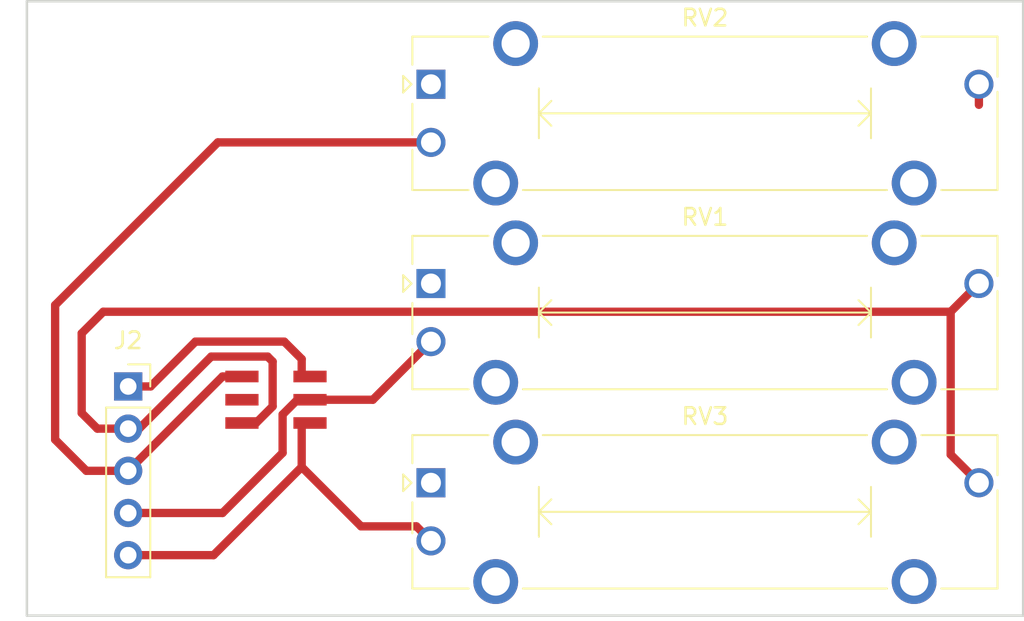
<source format=kicad_pcb>
(kicad_pcb (version 20171130) (host pcbnew 5.0.2-bee76a0~70~ubuntu18.04.1)

  (general
    (thickness 1.6)
    (drawings 4)
    (tracks 42)
    (zones 0)
    (modules 5)
    (nets 10)
  )

  (page A4)
  (layers
    (0 F.Cu signal)
    (31 B.Cu signal)
    (32 B.Adhes user)
    (33 F.Adhes user)
    (34 B.Paste user)
    (35 F.Paste user)
    (36 B.SilkS user)
    (37 F.SilkS user)
    (38 B.Mask user)
    (39 F.Mask user)
    (40 Dwgs.User user)
    (41 Cmts.User user)
    (42 Eco1.User user)
    (43 Eco2.User user)
    (44 Edge.Cuts user)
    (45 Margin user)
    (46 B.CrtYd user)
    (47 F.CrtYd user)
    (48 B.Fab user)
    (49 F.Fab user)
  )

  (setup
    (last_trace_width 0.5)
    (trace_clearance 0.2)
    (zone_clearance 0.508)
    (zone_45_only no)
    (trace_min 0.2)
    (segment_width 0.2)
    (edge_width 0.15)
    (via_size 0.8)
    (via_drill 0.4)
    (via_min_size 0.4)
    (via_min_drill 0.3)
    (uvia_size 0.3)
    (uvia_drill 0.1)
    (uvias_allowed no)
    (uvia_min_size 0.2)
    (uvia_min_drill 0.1)
    (pcb_text_width 0.3)
    (pcb_text_size 1.5 1.5)
    (mod_edge_width 0.15)
    (mod_text_size 1 1)
    (mod_text_width 0.15)
    (pad_size 1.524 1.524)
    (pad_drill 0.762)
    (pad_to_mask_clearance 0.051)
    (solder_mask_min_width 0.25)
    (aux_axis_origin 0 0)
    (visible_elements FFFFFF7F)
    (pcbplotparams
      (layerselection 0x01000_7fffffff)
      (usegerberextensions false)
      (usegerberattributes false)
      (usegerberadvancedattributes false)
      (creategerberjobfile false)
      (excludeedgelayer true)
      (linewidth 0.100000)
      (plotframeref false)
      (viasonmask false)
      (mode 1)
      (useauxorigin false)
      (hpglpennumber 1)
      (hpglpenspeed 20)
      (hpglpendiameter 15.000000)
      (psnegative false)
      (psa4output false)
      (plotreference true)
      (plotvalue true)
      (plotinvisibletext false)
      (padsonsilk false)
      (subtractmaskfromsilk false)
      (outputformat 1)
      (mirror false)
      (drillshape 0)
      (scaleselection 1)
      (outputdirectory "grb"))
  )

  (net 0 "")
  (net 1 "Net-(J1-Pad5)")
  (net 2 GND)
  (net 3 "Net-(J1-Pad4)")
  (net 4 +3V3)
  (net 5 "Net-(J1-Pad2)")
  (net 6 "Net-(J1-Pad1)")
  (net 7 "Net-(RV1-Pad1)")
  (net 8 "Net-(RV2-Pad1)")
  (net 9 "Net-(RV3-Pad1)")

  (net_class Default "This is the default net class."
    (clearance 0.2)
    (trace_width 0.5)
    (via_dia 0.8)
    (via_drill 0.4)
    (uvia_dia 0.3)
    (uvia_drill 0.1)
    (add_net +3V3)
    (add_net GND)
    (add_net "Net-(J1-Pad1)")
    (add_net "Net-(J1-Pad2)")
    (add_net "Net-(J1-Pad4)")
    (add_net "Net-(J1-Pad5)")
    (add_net "Net-(RV1-Pad1)")
    (add_net "Net-(RV2-Pad1)")
    (add_net "Net-(RV3-Pad1)")
  )

  (module custom_lib:tcut1350x01 (layer F.Cu) (tedit 5DE66DF6) (tstamp 5E2D704E)
    (at 15 24 180)
    (path /5E2174D8)
    (fp_text reference J1 (at -0.06 -7.69 180) (layer F.SilkS) hide
      (effects (font (size 1 1) (thickness 0.15)))
    )
    (fp_text value Conn_01x06_Female (at -0.23 4.33 180) (layer F.Fab) hide
      (effects (font (size 1 1) (thickness 0.15)))
    )
    (pad 5 smd rect (at 1.55 0 180) (size 2 0.7) (drill (offset 0.5 0)) (layers F.Cu F.Paste F.Mask)
      (net 1 "Net-(J1-Pad5)"))
    (pad 6 smd rect (at 1.55 -1.4 180) (size 2 0.7) (drill (offset 0.5 0)) (layers F.Cu F.Paste F.Mask)
      (net 2 GND))
    (pad 4 smd rect (at 1.55 1.4 180) (size 2 0.7) (drill (offset 0.5 0)) (layers F.Cu F.Paste F.Mask)
      (net 3 "Net-(J1-Pad4)"))
    (pad 3 smd rect (at -1.55 1.4 180) (size 2 0.7) (drill (offset -0.5 0)) (layers F.Cu F.Paste F.Mask)
      (net 4 +3V3))
    (pad 2 smd rect (at -1.55 0 180) (size 2 0.7) (drill (offset -0.5 0)) (layers F.Cu F.Paste F.Mask)
      (net 5 "Net-(J1-Pad2)"))
    (pad 1 smd rect (at -1.55 -1.4 180) (size 2 0.7) (drill (offset -0.5 0)) (layers F.Cu F.Paste F.Mask)
      (net 6 "Net-(J1-Pad1)"))
    (model ${KIPRJMOD}/kicad_db/_3Dmodels/vishay_tcut1350x01.stp
      (at (xyz 0 0 0))
      (scale (xyz 1 1 1))
      (rotate (xyz 0 0 0))
    )
  )

  (module Connector_PinSocket_2.54mm:PinSocket_1x05_P2.54mm_Vertical (layer F.Cu) (tedit 5A19A420) (tstamp 5E2D7067)
    (at 6.1 23.2)
    (descr "Through hole straight socket strip, 1x05, 2.54mm pitch, single row (from Kicad 4.0.7), script generated")
    (tags "Through hole socket strip THT 1x05 2.54mm single row")
    (path /5E217D0C)
    (fp_text reference J2 (at 0 -2.77) (layer F.SilkS)
      (effects (font (size 1 1) (thickness 0.15)))
    )
    (fp_text value Conn_01x05_Female (at 0 12.93) (layer F.Fab)
      (effects (font (size 1 1) (thickness 0.15)))
    )
    (fp_line (start -1.27 -1.27) (end 0.635 -1.27) (layer F.Fab) (width 0.1))
    (fp_line (start 0.635 -1.27) (end 1.27 -0.635) (layer F.Fab) (width 0.1))
    (fp_line (start 1.27 -0.635) (end 1.27 11.43) (layer F.Fab) (width 0.1))
    (fp_line (start 1.27 11.43) (end -1.27 11.43) (layer F.Fab) (width 0.1))
    (fp_line (start -1.27 11.43) (end -1.27 -1.27) (layer F.Fab) (width 0.1))
    (fp_line (start -1.33 1.27) (end 1.33 1.27) (layer F.SilkS) (width 0.12))
    (fp_line (start -1.33 1.27) (end -1.33 11.49) (layer F.SilkS) (width 0.12))
    (fp_line (start -1.33 11.49) (end 1.33 11.49) (layer F.SilkS) (width 0.12))
    (fp_line (start 1.33 1.27) (end 1.33 11.49) (layer F.SilkS) (width 0.12))
    (fp_line (start 1.33 -1.33) (end 1.33 0) (layer F.SilkS) (width 0.12))
    (fp_line (start 0 -1.33) (end 1.33 -1.33) (layer F.SilkS) (width 0.12))
    (fp_line (start -1.8 -1.8) (end 1.75 -1.8) (layer F.CrtYd) (width 0.05))
    (fp_line (start 1.75 -1.8) (end 1.75 11.9) (layer F.CrtYd) (width 0.05))
    (fp_line (start 1.75 11.9) (end -1.8 11.9) (layer F.CrtYd) (width 0.05))
    (fp_line (start -1.8 11.9) (end -1.8 -1.8) (layer F.CrtYd) (width 0.05))
    (fp_text user %R (at 0 5.08 90) (layer F.Fab)
      (effects (font (size 1 1) (thickness 0.15)))
    )
    (pad 1 thru_hole rect (at 0 0) (size 1.7 1.7) (drill 1) (layers *.Cu *.Mask)
      (net 4 +3V3))
    (pad 2 thru_hole oval (at 0 2.54) (size 1.7 1.7) (drill 1) (layers *.Cu *.Mask)
      (net 2 GND))
    (pad 3 thru_hole oval (at 0 5.08) (size 1.7 1.7) (drill 1) (layers *.Cu *.Mask)
      (net 3 "Net-(J1-Pad4)"))
    (pad 4 thru_hole oval (at 0 7.62) (size 1.7 1.7) (drill 1) (layers *.Cu *.Mask)
      (net 5 "Net-(J1-Pad2)"))
    (pad 5 thru_hole oval (at 0 10.16) (size 1.7 1.7) (drill 1) (layers *.Cu *.Mask)
      (net 6 "Net-(J1-Pad1)"))
    (model ${KISYS3DMOD}/Connector_PinSocket_2.54mm.3dshapes/PinSocket_1x05_P2.54mm_Vertical.wrl
      (at (xyz 0 0 0))
      (scale (xyz 1 1 1))
      (rotate (xyz 0 0 0))
    )
  )

  (module Potentiometer_THT:Potentiometer_Bourns_PTA2043_Single_Slide (layer F.Cu) (tedit 5B92F08E) (tstamp 5E2D7093)
    (at 24.335001 17)
    (descr "Bourns single-gang slide potentiometer, 20.0mm travel, https://www.bourns.com/docs/Product-Datasheets/pta.pdf")
    (tags "Bourns single-gang slide potentiometer 20.0mm")
    (path /5E217B9D)
    (fp_text reference RV1 (at 16.5 -4) (layer F.SilkS)
      (effects (font (size 1 1) (thickness 0.15)))
    )
    (fp_text value R_POT (at 16.5 7.5) (layer F.Fab)
      (effects (font (size 1 1) (thickness 0.15)))
    )
    (fp_circle (center 1 1.75) (end 2 1.75) (layer F.Fab) (width 0.1))
    (fp_circle (center 32 1.75) (end 33 1.75) (layer F.Fab) (width 0.1))
    (fp_line (start 0 -2.75) (end 34 -2.75) (layer F.Fab) (width 0.1))
    (fp_line (start 34 -2.75) (end 34 6.25) (layer F.Fab) (width 0.1))
    (fp_line (start 34 6.25) (end -1 6.25) (layer F.Fab) (width 0.1))
    (fp_line (start -1 6.25) (end -1 -1.75) (layer F.Fab) (width 0.1))
    (fp_line (start -1 -1.75) (end 0 -2.75) (layer F.Fab) (width 0.1))
    (fp_line (start -1.12 -2.87) (end 3.465 -2.87) (layer F.SilkS) (width 0.12))
    (fp_line (start 6.736 -2.87) (end 26.265 -2.87) (layer F.SilkS) (width 0.12))
    (fp_line (start 29.536 -2.87) (end 34.12 -2.87) (layer F.SilkS) (width 0.12))
    (fp_line (start -1.12 6.37) (end 2.265 6.37) (layer F.SilkS) (width 0.12))
    (fp_line (start 5.536 6.37) (end 27.465 6.37) (layer F.SilkS) (width 0.12))
    (fp_line (start 30.736 6.37) (end 34.12 6.37) (layer F.SilkS) (width 0.12))
    (fp_line (start -1.12 -2.87) (end -1.12 -1.175) (layer F.SilkS) (width 0.12))
    (fp_line (start -1.12 1.175) (end -1.12 3.045) (layer F.SilkS) (width 0.12))
    (fp_line (start -1.12 3.956) (end -1.12 6.37) (layer F.SilkS) (width 0.12))
    (fp_line (start 34.12 -2.87) (end 34.12 -0.456) (layer F.SilkS) (width 0.12))
    (fp_line (start 34.12 0.456) (end 34.12 6.37) (layer F.SilkS) (width 0.12))
    (fp_line (start -1.175 0) (end -1.675 -0.5) (layer F.SilkS) (width 0.12))
    (fp_line (start -1.675 -0.5) (end -1.675 0.5) (layer F.SilkS) (width 0.12))
    (fp_line (start -1.675 0.5) (end -1.175 0) (layer F.SilkS) (width 0.12))
    (fp_line (start 6.5 1.75) (end 26.5 1.75) (layer F.SilkS) (width 0.12))
    (fp_line (start 6.5 0.25) (end 6.5 3.25) (layer F.SilkS) (width 0.12))
    (fp_line (start 7.25 1) (end 6.5 1.75) (layer F.SilkS) (width 0.12))
    (fp_line (start 6.5 1.75) (end 7.25 2.5) (layer F.SilkS) (width 0.12))
    (fp_line (start 26.5 0.25) (end 26.5 3.25) (layer F.SilkS) (width 0.12))
    (fp_line (start 25.75 1) (end 26.5 1.75) (layer F.SilkS) (width 0.12))
    (fp_line (start 26.5 1.75) (end 25.75 2.5) (layer F.SilkS) (width 0.12))
    (fp_line (start -1.5 -3.25) (end -1.5 6.75) (layer F.CrtYd) (width 0.05))
    (fp_line (start -1.5 6.75) (end 34.5 6.75) (layer F.CrtYd) (width 0.05))
    (fp_line (start 34.5 6.75) (end 34.5 -3.25) (layer F.CrtYd) (width 0.05))
    (fp_line (start 34.5 -3.25) (end -1.5 -3.25) (layer F.CrtYd) (width 0.05))
    (fp_text user %R (at 16.5 1.75) (layer F.Fab)
      (effects (font (size 1 1) (thickness 0.15)))
    )
    (pad 1 thru_hole rect (at 0 0) (size 1.75 1.75) (drill 1.2) (layers *.Cu *.Mask)
      (net 7 "Net-(RV1-Pad1)"))
    (pad 2 thru_hole circle (at 0 3.5) (size 1.75 1.75) (drill 1.2) (layers *.Cu *.Mask)
      (net 5 "Net-(J1-Pad2)"))
    (pad 3 thru_hole circle (at 33 0) (size 1.75 1.75) (drill 1.2) (layers *.Cu *.Mask)
      (net 2 GND))
    (pad MP thru_hole circle (at 5.1 -2.45) (size 2.7 2.7) (drill 1.7) (layers *.Cu *.Mask))
    (pad MP thru_hole circle (at 27.9 -2.45) (size 2.7 2.7) (drill 1.7) (layers *.Cu *.Mask))
    (pad MP thru_hole circle (at 3.9 5.95) (size 2.7 2.7) (drill 1.7) (layers *.Cu *.Mask))
    (pad MP thru_hole circle (at 29.1 5.95) (size 2.7 2.7) (drill 1.7) (layers *.Cu *.Mask))
    (model ${KISYS3DMOD}/Potentiometer_THT.3dshapes/Potentiometer_Bourns_PTA2043_Single_Slide.wrl
      (at (xyz 0 0 0))
      (scale (xyz 1 1 1))
      (rotate (xyz 0 0 0))
    )
  )

  (module Potentiometer_THT:Potentiometer_Bourns_PTA2043_Single_Slide (layer F.Cu) (tedit 5B92F08E) (tstamp 5E2D70BF)
    (at 24.335001 5)
    (descr "Bourns single-gang slide potentiometer, 20.0mm travel, https://www.bourns.com/docs/Product-Datasheets/pta.pdf")
    (tags "Bourns single-gang slide potentiometer 20.0mm")
    (path /5E21769D)
    (fp_text reference RV2 (at 16.5 -4) (layer F.SilkS)
      (effects (font (size 1 1) (thickness 0.15)))
    )
    (fp_text value R_POT (at 16.5 7.5) (layer F.Fab)
      (effects (font (size 1 1) (thickness 0.15)))
    )
    (fp_text user %R (at 16.5 1.75) (layer F.Fab)
      (effects (font (size 1 1) (thickness 0.15)))
    )
    (fp_line (start 34.5 -3.25) (end -1.5 -3.25) (layer F.CrtYd) (width 0.05))
    (fp_line (start 34.5 6.75) (end 34.5 -3.25) (layer F.CrtYd) (width 0.05))
    (fp_line (start -1.5 6.75) (end 34.5 6.75) (layer F.CrtYd) (width 0.05))
    (fp_line (start -1.5 -3.25) (end -1.5 6.75) (layer F.CrtYd) (width 0.05))
    (fp_line (start 26.5 1.75) (end 25.75 2.5) (layer F.SilkS) (width 0.12))
    (fp_line (start 25.75 1) (end 26.5 1.75) (layer F.SilkS) (width 0.12))
    (fp_line (start 26.5 0.25) (end 26.5 3.25) (layer F.SilkS) (width 0.12))
    (fp_line (start 6.5 1.75) (end 7.25 2.5) (layer F.SilkS) (width 0.12))
    (fp_line (start 7.25 1) (end 6.5 1.75) (layer F.SilkS) (width 0.12))
    (fp_line (start 6.5 0.25) (end 6.5 3.25) (layer F.SilkS) (width 0.12))
    (fp_line (start 6.5 1.75) (end 26.5 1.75) (layer F.SilkS) (width 0.12))
    (fp_line (start -1.675 0.5) (end -1.175 0) (layer F.SilkS) (width 0.12))
    (fp_line (start -1.675 -0.5) (end -1.675 0.5) (layer F.SilkS) (width 0.12))
    (fp_line (start -1.175 0) (end -1.675 -0.5) (layer F.SilkS) (width 0.12))
    (fp_line (start 34.12 0.456) (end 34.12 6.37) (layer F.SilkS) (width 0.12))
    (fp_line (start 34.12 -2.87) (end 34.12 -0.456) (layer F.SilkS) (width 0.12))
    (fp_line (start -1.12 3.956) (end -1.12 6.37) (layer F.SilkS) (width 0.12))
    (fp_line (start -1.12 1.175) (end -1.12 3.045) (layer F.SilkS) (width 0.12))
    (fp_line (start -1.12 -2.87) (end -1.12 -1.175) (layer F.SilkS) (width 0.12))
    (fp_line (start 30.736 6.37) (end 34.12 6.37) (layer F.SilkS) (width 0.12))
    (fp_line (start 5.536 6.37) (end 27.465 6.37) (layer F.SilkS) (width 0.12))
    (fp_line (start -1.12 6.37) (end 2.265 6.37) (layer F.SilkS) (width 0.12))
    (fp_line (start 29.536 -2.87) (end 34.12 -2.87) (layer F.SilkS) (width 0.12))
    (fp_line (start 6.736 -2.87) (end 26.265 -2.87) (layer F.SilkS) (width 0.12))
    (fp_line (start -1.12 -2.87) (end 3.465 -2.87) (layer F.SilkS) (width 0.12))
    (fp_line (start -1 -1.75) (end 0 -2.75) (layer F.Fab) (width 0.1))
    (fp_line (start -1 6.25) (end -1 -1.75) (layer F.Fab) (width 0.1))
    (fp_line (start 34 6.25) (end -1 6.25) (layer F.Fab) (width 0.1))
    (fp_line (start 34 -2.75) (end 34 6.25) (layer F.Fab) (width 0.1))
    (fp_line (start 0 -2.75) (end 34 -2.75) (layer F.Fab) (width 0.1))
    (fp_circle (center 32 1.75) (end 33 1.75) (layer F.Fab) (width 0.1))
    (fp_circle (center 1 1.75) (end 2 1.75) (layer F.Fab) (width 0.1))
    (pad MP thru_hole circle (at 29.1 5.95) (size 2.7 2.7) (drill 1.7) (layers *.Cu *.Mask))
    (pad MP thru_hole circle (at 3.9 5.95) (size 2.7 2.7) (drill 1.7) (layers *.Cu *.Mask))
    (pad MP thru_hole circle (at 27.9 -2.45) (size 2.7 2.7) (drill 1.7) (layers *.Cu *.Mask))
    (pad MP thru_hole circle (at 5.1 -2.45) (size 2.7 2.7) (drill 1.7) (layers *.Cu *.Mask))
    (pad 3 thru_hole circle (at 33 0) (size 1.75 1.75) (drill 1.2) (layers *.Cu *.Mask)
      (net 4 +3V3))
    (pad 2 thru_hole circle (at 0 3.5) (size 1.75 1.75) (drill 1.2) (layers *.Cu *.Mask)
      (net 3 "Net-(J1-Pad4)"))
    (pad 1 thru_hole rect (at 0 0) (size 1.75 1.75) (drill 1.2) (layers *.Cu *.Mask)
      (net 8 "Net-(RV2-Pad1)"))
    (model ${KISYS3DMOD}/Potentiometer_THT.3dshapes/Potentiometer_Bourns_PTA2043_Single_Slide.wrl
      (at (xyz 0 0 0))
      (scale (xyz 1 1 1))
      (rotate (xyz 0 0 0))
    )
  )

  (module Potentiometer_THT:Potentiometer_Bourns_PTA2043_Single_Slide (layer F.Cu) (tedit 5B92F08E) (tstamp 5E2D70EB)
    (at 24.335001 29)
    (descr "Bourns single-gang slide potentiometer, 20.0mm travel, https://www.bourns.com/docs/Product-Datasheets/pta.pdf")
    (tags "Bourns single-gang slide potentiometer 20.0mm")
    (path /5E21756D)
    (fp_text reference RV3 (at 16.5 -4) (layer F.SilkS)
      (effects (font (size 1 1) (thickness 0.15)))
    )
    (fp_text value R_POT (at 16.5 7.5) (layer F.Fab)
      (effects (font (size 1 1) (thickness 0.15)))
    )
    (fp_circle (center 1 1.75) (end 2 1.75) (layer F.Fab) (width 0.1))
    (fp_circle (center 32 1.75) (end 33 1.75) (layer F.Fab) (width 0.1))
    (fp_line (start 0 -2.75) (end 34 -2.75) (layer F.Fab) (width 0.1))
    (fp_line (start 34 -2.75) (end 34 6.25) (layer F.Fab) (width 0.1))
    (fp_line (start 34 6.25) (end -1 6.25) (layer F.Fab) (width 0.1))
    (fp_line (start -1 6.25) (end -1 -1.75) (layer F.Fab) (width 0.1))
    (fp_line (start -1 -1.75) (end 0 -2.75) (layer F.Fab) (width 0.1))
    (fp_line (start -1.12 -2.87) (end 3.465 -2.87) (layer F.SilkS) (width 0.12))
    (fp_line (start 6.736 -2.87) (end 26.265 -2.87) (layer F.SilkS) (width 0.12))
    (fp_line (start 29.536 -2.87) (end 34.12 -2.87) (layer F.SilkS) (width 0.12))
    (fp_line (start -1.12 6.37) (end 2.265 6.37) (layer F.SilkS) (width 0.12))
    (fp_line (start 5.536 6.37) (end 27.465 6.37) (layer F.SilkS) (width 0.12))
    (fp_line (start 30.736 6.37) (end 34.12 6.37) (layer F.SilkS) (width 0.12))
    (fp_line (start -1.12 -2.87) (end -1.12 -1.175) (layer F.SilkS) (width 0.12))
    (fp_line (start -1.12 1.175) (end -1.12 3.045) (layer F.SilkS) (width 0.12))
    (fp_line (start -1.12 3.956) (end -1.12 6.37) (layer F.SilkS) (width 0.12))
    (fp_line (start 34.12 -2.87) (end 34.12 -0.456) (layer F.SilkS) (width 0.12))
    (fp_line (start 34.12 0.456) (end 34.12 6.37) (layer F.SilkS) (width 0.12))
    (fp_line (start -1.175 0) (end -1.675 -0.5) (layer F.SilkS) (width 0.12))
    (fp_line (start -1.675 -0.5) (end -1.675 0.5) (layer F.SilkS) (width 0.12))
    (fp_line (start -1.675 0.5) (end -1.175 0) (layer F.SilkS) (width 0.12))
    (fp_line (start 6.5 1.75) (end 26.5 1.75) (layer F.SilkS) (width 0.12))
    (fp_line (start 6.5 0.25) (end 6.5 3.25) (layer F.SilkS) (width 0.12))
    (fp_line (start 7.25 1) (end 6.5 1.75) (layer F.SilkS) (width 0.12))
    (fp_line (start 6.5 1.75) (end 7.25 2.5) (layer F.SilkS) (width 0.12))
    (fp_line (start 26.5 0.25) (end 26.5 3.25) (layer F.SilkS) (width 0.12))
    (fp_line (start 25.75 1) (end 26.5 1.75) (layer F.SilkS) (width 0.12))
    (fp_line (start 26.5 1.75) (end 25.75 2.5) (layer F.SilkS) (width 0.12))
    (fp_line (start -1.5 -3.25) (end -1.5 6.75) (layer F.CrtYd) (width 0.05))
    (fp_line (start -1.5 6.75) (end 34.5 6.75) (layer F.CrtYd) (width 0.05))
    (fp_line (start 34.5 6.75) (end 34.5 -3.25) (layer F.CrtYd) (width 0.05))
    (fp_line (start 34.5 -3.25) (end -1.5 -3.25) (layer F.CrtYd) (width 0.05))
    (fp_text user %R (at 16.5 1.75) (layer F.Fab)
      (effects (font (size 1 1) (thickness 0.15)))
    )
    (pad 1 thru_hole rect (at 0 0) (size 1.75 1.75) (drill 1.2) (layers *.Cu *.Mask)
      (net 9 "Net-(RV3-Pad1)"))
    (pad 2 thru_hole circle (at 0 3.5) (size 1.75 1.75) (drill 1.2) (layers *.Cu *.Mask)
      (net 6 "Net-(J1-Pad1)"))
    (pad 3 thru_hole circle (at 33 0) (size 1.75 1.75) (drill 1.2) (layers *.Cu *.Mask)
      (net 2 GND))
    (pad MP thru_hole circle (at 5.1 -2.45) (size 2.7 2.7) (drill 1.7) (layers *.Cu *.Mask))
    (pad MP thru_hole circle (at 27.9 -2.45) (size 2.7 2.7) (drill 1.7) (layers *.Cu *.Mask))
    (pad MP thru_hole circle (at 3.9 5.95) (size 2.7 2.7) (drill 1.7) (layers *.Cu *.Mask))
    (pad MP thru_hole circle (at 29.1 5.95) (size 2.7 2.7) (drill 1.7) (layers *.Cu *.Mask))
    (model ${KISYS3DMOD}/Potentiometer_THT.3dshapes/Potentiometer_Bourns_PTA2043_Single_Slide.wrl
      (at (xyz 0 0 0))
      (scale (xyz 1 1 1))
      (rotate (xyz 0 0 0))
    )
  )

  (gr_line (start 0 37) (end 60 37) (layer Edge.Cuts) (width 0.15))
  (gr_line (start 0 0) (end 0 37) (layer Edge.Cuts) (width 0.15))
  (gr_line (start 60 0) (end 0 0) (layer Edge.Cuts) (width 0.15))
  (gr_line (start 60 37) (end 60 0) (layer Edge.Cuts) (width 0.15))

  (segment (start 57.335001 5) (end 57.335001 6.237436) (width 0.5) (layer F.Cu) (net 4))
  (segment (start 6.76 25.74) (end 6.1 25.74) (width 0.5) (layer F.Cu) (net 2))
  (segment (start 13.8 25.4) (end 14.8 24.4) (width 0.5) (layer F.Cu) (net 2))
  (segment (start 13.45 25.4) (end 13.8 25.4) (width 0.5) (layer F.Cu) (net 2))
  (segment (start 14.8 21.7) (end 14.5 21.4) (width 0.5) (layer F.Cu) (net 2))
  (segment (start 14.8 24.4) (end 14.8 21.7) (width 0.5) (layer F.Cu) (net 2))
  (segment (start 11.1 21.4) (end 6.76 25.74) (width 0.5) (layer F.Cu) (net 2))
  (segment (start 14.5 21.4) (end 11.1 21.4) (width 0.5) (layer F.Cu) (net 2))
  (segment (start 4.6 18.7) (end 55.635001 18.7) (width 0.5) (layer F.Cu) (net 2))
  (segment (start 55.635001 18.7) (end 57.335001 17) (width 0.5) (layer F.Cu) (net 2))
  (segment (start 3.3 20) (end 4.6 18.7) (width 0.5) (layer F.Cu) (net 2))
  (segment (start 3.3 24.8) (end 3.3 20) (width 0.5) (layer F.Cu) (net 2))
  (segment (start 6.1 25.74) (end 4.24 25.74) (width 0.5) (layer F.Cu) (net 2))
  (segment (start 4.24 25.74) (end 3.3 24.8) (width 0.5) (layer F.Cu) (net 2))
  (segment (start 55.635001 27.3) (end 57.335001 29) (width 0.5) (layer F.Cu) (net 2))
  (segment (start 55.635001 18.7) (end 55.635001 27.3) (width 0.5) (layer F.Cu) (net 2))
  (segment (start 11.78 22.6) (end 6.1 28.28) (width 0.5) (layer F.Cu) (net 3))
  (segment (start 13.45 22.6) (end 11.78 22.6) (width 0.5) (layer F.Cu) (net 3))
  (segment (start 6.1 28.28) (end 3.58 28.28) (width 0.5) (layer F.Cu) (net 3))
  (segment (start 3.58 28.28) (end 1.7 26.4) (width 0.5) (layer F.Cu) (net 3))
  (segment (start 1.7 26.4) (end 1.7 18.3) (width 0.5) (layer F.Cu) (net 3))
  (segment (start 11.5 8.5) (end 24.335001 8.5) (width 0.5) (layer F.Cu) (net 3))
  (segment (start 1.7 18.3) (end 11.5 8.5) (width 0.5) (layer F.Cu) (net 3))
  (segment (start 7.45 23.2) (end 10.15 20.5) (width 0.5) (layer F.Cu) (net 4))
  (segment (start 6.1 23.2) (end 7.45 23.2) (width 0.5) (layer F.Cu) (net 4))
  (segment (start 10.15 20.5) (end 15.5 20.5) (width 0.5) (layer F.Cu) (net 4))
  (segment (start 16.55 21.55) (end 16.55 22.6) (width 0.5) (layer F.Cu) (net 4))
  (segment (start 15.5 20.5) (end 16.55 21.55) (width 0.5) (layer F.Cu) (net 4))
  (segment (start 16.55 24) (end 20.835001 24) (width 0.5) (layer F.Cu) (net 5))
  (segment (start 21.8 23.035001) (end 24.335001 20.5) (width 0.5) (layer F.Cu) (net 5))
  (segment (start 20.835001 24) (end 21.8 23.035001) (width 0.5) (layer F.Cu) (net 5))
  (segment (start 11.78 30.82) (end 6.1 30.82) (width 0.5) (layer F.Cu) (net 5))
  (segment (start 15.4 27.2) (end 11.78 30.82) (width 0.5) (layer F.Cu) (net 5))
  (segment (start 15.4 24.889998) (end 15.4 27.2) (width 0.5) (layer F.Cu) (net 5))
  (segment (start 16.55 24) (end 16.289998 24) (width 0.5) (layer F.Cu) (net 5))
  (segment (start 16.289998 24) (end 15.4 24.889998) (width 0.5) (layer F.Cu) (net 5))
  (segment (start 23.460002 31.625001) (end 20.125001 31.625001) (width 0.5) (layer F.Cu) (net 6))
  (segment (start 24.335001 32.5) (end 23.460002 31.625001) (width 0.5) (layer F.Cu) (net 6))
  (segment (start 16.55 28.05) (end 16.55 25.4) (width 0.5) (layer F.Cu) (net 6))
  (segment (start 20.125001 31.625001) (end 16.55 28.05) (width 0.5) (layer F.Cu) (net 6))
  (segment (start 11.24 33.36) (end 16.55 28.05) (width 0.5) (layer F.Cu) (net 6))
  (segment (start 6.1 33.36) (end 11.24 33.36) (width 0.5) (layer F.Cu) (net 6))

)

</source>
